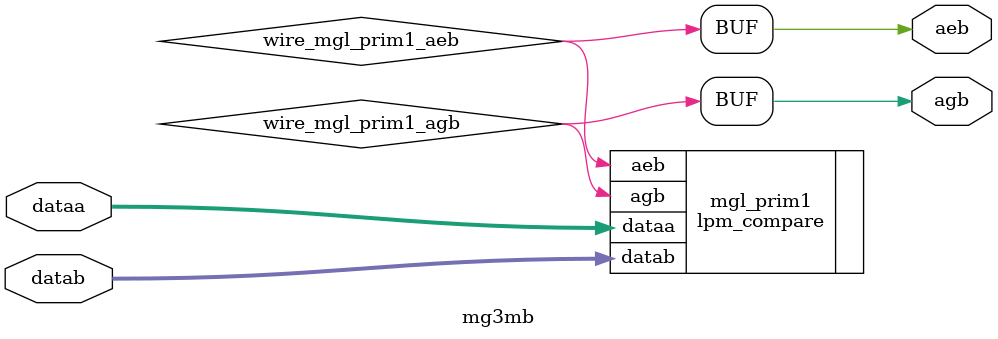
<source format=v>






//synthesis_resources = lpm_compare 1 
//synopsys translate_off
`timescale 1 ps / 1 ps
//synopsys translate_on
module  mg3mb
	( 
	aeb,
	agb,
	dataa,
	datab) /* synthesis synthesis_clearbox=1 */;
	output   aeb;
	output   agb;
	input   [25:0]  dataa;
	input   [25:0]  datab;

	wire  wire_mgl_prim1_aeb;
	wire  wire_mgl_prim1_agb;

	lpm_compare   mgl_prim1
	( 
	.aeb(wire_mgl_prim1_aeb),
	.agb(wire_mgl_prim1_agb),
	.dataa(dataa),
	.datab(datab));
	defparam
		mgl_prim1.lpm_representation = "UNSIGNED",
		mgl_prim1.lpm_type = "LPM_COMPARE",
		mgl_prim1.lpm_width = 26;
	assign
		aeb = wire_mgl_prim1_aeb,
		agb = wire_mgl_prim1_agb;
endmodule //mg3mb
//VALID FILE

</source>
